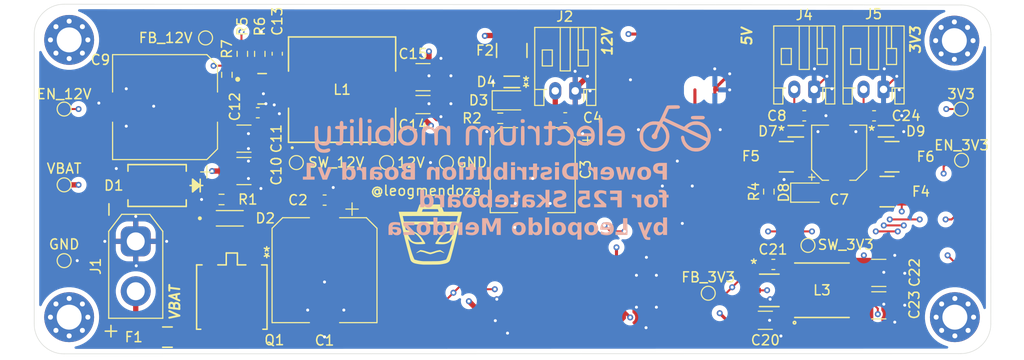
<source format=kicad_pcb>
(kicad_pcb (version 20241229) (generator "pcbnew") (generator_version "9.0")
  (title_block (title "Power Distribution Board") (date "2025-10-18") (rev "v1") (company "Electrium Mobility") (comment 1 "Author: Leopoldo Mendoza"))
  (layers (0 "F.Cu" mixed "L1 - SIGNAL ") (4 "In1.Cu" power "L2 - GND") (6 "In2.Cu" power "L3 - POWER") (2 "B.Cu" mixed "L4 - GND") (13 "F.Paste" user) (15 "B.Paste" user) (5 "F.SilkS" user "F.Silkscreen") (7 "B.SilkS" user "B.Silkscreen") (1 "F.Mask" user) (3 "B.Mask" user) (25 "Edge.Cuts" user))
  (net 0 "")
  (net 1 "VBAT")
  (net 2 "GND")
  (net 3 "Net-(D3-A)")
  (net 4 "Net-(U1-SW)")
  (net 5 "Net-(U1-CB)")
  (net 6 "12V_BUS")
  (net 7 "Net-(U3-BST)")
  (net 8 "Net-(U3-SW)")
  (net 9 "3V3_BUS")
  (net 10 "Net-(D2-A)")
  (net 11 "Net-(D3-K)")
  (net 12 "Net-(D8-K)")
  (net 13 "Net-(J1-Pin_2)")
  (net 14 "Net-(U1-FB)")
  (net 15 "Net-(Q1-D)")
  (net 16 "Net-(J4-Pin_2)")
  (net 17 "Net-(J5-Pin_2)")
  (net 18 "/3V3_SPLIT")
  (net 19 "Net-(U1-EN)")
  (footprint "test_point_custom:TestPoint_Pad_D1.0mm" (layer "F.Cu") (at 15.02132 37.733333)
    (property "Reference" "GND1")
    (property "Value" "GND")
  )
  (footprint "Capacitor_SMD:CP_Elec_10x10" (layer "F.Cu") (at 25.1375 22.3375 180)
    (property "Reference" "C9")
    (property "Value" "22uF")
  )
  (footprint "Connector_JST:JST_PH_S2B-PH-K_1x02_P2.00mm_Horizontal" (layer "F.Cu") (at 66.2625 20.7097 180)
    (property "Reference" "J2")
    (property "Value" "JST-PH_01x02")
  )
  (footprint "ESD5Z5.0T1G:SOD-523_0P9X1P3_ONS" (layer "F.Cu") (at 97.425 24.7625)
    (property "Reference" "D9")
    (property "Value" "3.3Vrwm")
  )
  (footprint "Capacitor_SMD:C_0603_1608Metric_Pad1.08x0.95mm_HandSolder" (layer "F.Cu") (at 86.125 38.1125)
    (property "Reference" "C21")
    (property "Value" "0.1uF")
  )
  (footprint "Connector_JST:JST_PH_S2B-PH-K_1x02_P2.00mm_Horizontal" (layer "F.Cu") (at 90.225 20.5625 180)
    (property "Reference" "J4")
    (property "Value" "JST-PH_01x02")
  )
  (footprint "Capacitor_SMD:C_0603_1608Metric_Pad1.08x0.95mm_HandSolder" (layer "F.Cu") (at 34.4375 22.9)
    (property "Reference" "C12")
    (property "Value" "0.1uF")
  )
  (footprint "ESD5Z5.0T1G:SOD-523_0P9X1P3_ONS" (layer "F.Cu") (at 88.3749 24.7625)
    (property "Reference" "D7")
    (property "Value" "3.3Vrwm")
  )
  (footprint "Capacitor_SMD:CP_Elec_8x10" (layer "F.Cu") (at 62 28.6597 -90)
    (property "Reference" "C3")
    (property "Value" "47uF")
  )
  (footprint "test_point_custom:TestPoint_Pad_D1.0mm" (layer "F.Cu") (at 105 27.666667)
    (property "Reference" "EN_3V3")
    (property "Value" "EN_3V3")
  )
  (footprint "Capacitor_SMD:C_1210_3225Metric_Pad1.33x2.70mm_HandSolder" (layer "F.Cu") (at 33.05 25.5)
    (property "Reference" "C11")
    (property "Value" "2.2uF")
  )
  (footprint "MountingHole:MountingHole_2.5mm_Pad_Via" (layer "F.Cu") (at 104.325 43.4)
    (property "Reference" "H4" (hide yes))
    (property "Value" "MountingHole_Pad")
  )
  (footprint "test_point_custom:TestPoint_Pad_D1.0mm" (layer "F.Cu") (at 47.35 27.9)
    (property "Reference" "12V1")
    (property "Value" "12V")
  )
  (footprint "LMR51635XFDDCR:DDC0006A-MFG" (layer "F.Cu") (at 34.871508 20.500999)
    (property "Reference" "U1")
    (property "Value" "LMR51635XFDDCR" (hide yes))
  )
  (footprint "MountingHole:MountingHole_2.5mm_Pad_Via" (layer "F.Cu") (at 15.525 43.4)
    (property "Reference" "H3" (hide yes))
    (property "Value" "MountingHole_Pad")
  )
  (footprint "GSFD6959:PMOSGDS_TO-252_DPAK_GAS" (layer "F.Cu") (at 31.832499 41.3849 180)
    (property "Reference" "Q1")
    (property "Value" "60Vds")
  )
  (footprint "LOGO" (layer "F.Cu") (at 51.7 35.1)
    (property "Reference" "G***" (hide yes))
    (property "Value" "LOGO" (hide yes))
  )
  (footprint "Resistor_SMD:R_0603_1608Metric_Pad0.98x0.95mm_HandSolder" (layer "F.Cu") (at 30.8 31.6 180)
    (property "Reference" "R1")
    (property "Value" "100k")
  )
  (footprint "0ZCH0050FF2G:0ZCH_BEL" (layer "F.Cu") (at 98.0236 27.3125 180)
    (property "Reference" "F6")
    (property "Value" "0.5A 16V")
  )
  (footprint "SMBJ51A-13-F:SMB_DIO" (layer "F.Cu") (at 24.3428 30.2 180)
    (property "Reference" "D1")
    (property "Value" "51Vrwm")
  )
  (footprint "0ZCH0050FF2G:0ZCH_BEL" (layer "F.Cu") (at 97.525 30.8125)
    (property "Reference" "F4")
    (property "Value" "0.5A 16V")
  )
  (footprint "Capacitor_SMD:C_1206_3216Metric_Pad1.33x1.80mm_HandSolder" (layer "F.Cu") (at 51 22.0875)
    (property "Reference" "C14")
    (property "Value" "10uF")
  )
  (footprint "Resistor_SMD:R_0603_1608Metric_Pad0.98x0.95mm_HandSolder" (layer "F.Cu") (at 85.675 30.81125 -90)
    (property "Reference" "R4")
    (property "Value" "680")
  )
  (footprint "Capacitor_SMD:C_1210_3225Metric_Pad1.33x2.70mm_HandSolder" (layer "F.Cu") (at 96.7 42.2125)
    (property "Reference" "C23")
    (property "Value" "22uF")
  )
  (footprint "Connector_AMASS:AMASS_XT30UPB-M_1x02_P5.0mm_Vertical" (layer "F.Cu") (at 22.2 35.8 -90)
    (property "Reference" "J1")
    (property "Value" "XT30-M_Ver")
  )
  (footprint "Capacitor_SMD:CP_Elec_10x10" (layer "F.Cu") (at 41.127498 38.6875 -90)
    (property "Reference" "C1")
    (property "Value" "47uF")
  )
  (footprint "7447714560:IND_1050P-WE-PD_WRE" (layer "F.Cu") (at 42.88895 20.5875)
    (property "Reference" "L1")
    (property "Value" "51uH")
  )
  (footprint "Capacitor_SMD:C_1206_3216Metric_Pad1.33x1.80mm_HandSolder" (layer "F.Cu") (at 85.325 43.7125)
    (property "Reference" "C20")
    (property "Value" "10uF")
  )
  (footprint "LED_SMD:LED_0805_2012Metric_Pad1.15x1.40mm_HandSolder" (layer "F.Cu") (at 59.8 21.6597)
    (property "Reference" "D3")
    (property "Value" "2Vf")
  )
  (footprint "Capacitor_SMD:C_1210_3225Metric_Pad1.33x2.70mm_HandSolder" (layer "F.Cu") (at 96.7 38.9625)
    (property "Reference" "C22")
    (property "Value" "22uF")
  )
  (footprint "BZT52C15-7-F:SOD3715X135N" (layer "F.Cu") (at 31.627498 33.4875)
    (property "Reference" "D2")
    (property "Value" "15Vz")
  )
  (footprint "Resistor_SMD:R_0603_1608Metric_Pad0.98x0.95mm_HandSolder" (layer "F.Cu") (at 58.75 23.4597 180)
    (property "Reference" "R2")
    (property "Value" "4.7k")
  )
  (footprint "Capacitor_SMD:C_0603_1608Metric_Pad1.08x0.95mm_HandSolder" (layer "F.Cu") (at 36.3875 16.9875 90)
    (property "Reference" "C13")
    (property "Value" "0.1uF")
  )
  (footprint "Capacitor_SMD:C_0603_1608Metric_Pad1.08x0.95mm_HandSolder" (layer "F.Cu") (at 65.2625 23.4097)
    (property "Reference" "C4")
    (property "Value" "0.1uF")
  )
  (footprint "test_point_custom:TestPoint_Pad_D1.0mm" (layer "F.Cu") (at 89.6 36.2)
    (property "Reference" "SW_3V3")
    (property "Value" "SW_3V3")
  )
  (footprint "test_point_custom:TestPoint_Pad_D1.0mm" (layer "F.Cu") (at 53.35 27.9)
    (property "Reference" "GND2")
    (property "Value" "GND")
  )
  (footprint "test_point_custom:TestPoint_Pad_D1.0mm" (layer "F.Cu") (at 79.6 41)
    (property "Reference" "FB_3V3")
    (property "Value" "FB_3V3")
  )
  (footprint "0685T3500-01:C1_BEL" (layer "F.Cu") (at 25.3776 45.4)
    (property "Reference" "F1")
    (property "Value" "3.5A 63V")
  )
  (footprint "Resistor_SMD:R_0603_1608Metric_Pad0.98x0.95mm_HandSolder" (layer "F.Cu") (at 34.6375 17 90)
    (property "Reference" "R6")
    (property "Value" "10.2k")
  )
  (footprint "LED_SMD:LED_0805_2012Metric_Pad1.15x1.40mm_HandSolder" (layer "F.Cu") (at 89.725 30.9125)
    (property "Reference" "D8")
    (property "Value" "2Vf")
  )
  (footprint "test_point_custom:TestPoint_Pad_D1.0mm" (layer "F.Cu") (at 104.95 22.533333)
    (property "Reference" "3V3")
    (property "Value" "3V3")
  )
  (footprint "Connector_JST:JST_PH_S2B-PH-K_1x02_P2.00mm_Horizontal" (layer "F.Cu") (at 97.175 20.5625 180)
    (property "Reference" "J5")
    (property "Value" "JST-PH_01x02")
  )
  (footprint "MountingHole:MountingHole_2.5mm_Pad_Via" (layer "F.Cu") (at 15.525 15.6)
    (property "Reference" "H1" (hide yes))
    (property "Value" "MountingHole_Pad")
  )
  (footprint "Capacitor_SMD:C_0603_1608Metric_Pad1.08x0.95mm_HandSolder" (layer "F.Cu") (at 41.1375 31.6625)
    (property "Reference" "C2")
    (property "Value" "0.1uF")
  )
  (footprint "0ZCH0050FF2G:0ZCH_BEL" (layer "F.Cu") (at 59.9 16.6611 90)
    (property "Reference" "F2")
    (property "Value" "0.5A 16V")
  )
  (footprint "MountingHole:MountingHole_2.5mm_Pad_Via" (layer "F.Cu") (at 104.274175 15.674175)
    (property "Reference" "H2" (hide yes))
    (property "Value" "MountingHole_Pad")
  )
  (footprint "Resistor_SMD:R_0603_1608Metric_Pad0.98x0.95mm_HandSolder" (layer "F.Cu") (at 32.8875 17 -90)
    (property "Reference" "R5")
    (property "Value" "143k")
  )
  (footprint "test_point_custom:TestPoint_Pad_D1.0mm" (layer "F.Cu") (at 38.3 27.9)
    (property "Reference" "SW_12V1")
    (property "Value" "SW_12V")
  )
  (footprint "test_point_custom:TestPoint_Pad_D1.0mm" (layer "F.Cu") (at 15.02132 22.533333)
    (property "Reference" "EN_12V1")
    (property "Value" "EN_12V")
  )
  (footprint "AP63203WU-7:AP63203WU-7_DIO" (layer "F.Cu") (at 85.72325 40.712499)
    (property "Reference" "U3")
    (property "Value" "AP63203WU-7")
  )
  (footprint "Capacitor_SMD:C_0603_1608Metric_Pad1.08x0.95mm_HandSolder" (layer "F.Cu") (at 89.225 23.2125)
    (property "Reference" "C8")
    (property "Value" "0.1uF")
  )
  (footprint "test_point_custom:TestPoint_Pad_D1.0mm" (layer "F.Cu") (at 29.2 15.4)
    (property "Reference" "FB_12V1")
    (property "Value" "FB_12V")
  )
  (footprint "test_point_custom:TestPoint_Pad_D1.0mm" (layer "F.Cu") (at 15.02132 30.133333)
    (property "Reference" "VBAT1")
    (property "Value" "VBAT")
  )
  (footprint "ESD5Z12T1G:SOD-523_0P9X1P3_ONS" (layer "F.Cu") (at 59.9 19.8097 180)
    (property "Reference" "D4")
    (property "Value" "12Vrwm")
  )
  (footprint "74404052039:IND_WE-LQS_5020_WRE" (layer "F.Cu") (at 91 40.7)
    (property "Reference" "L3")
    (property "Value" "3.9uH")
  )
  (footprint "Capacitor_SMD:C_1210_3225Metric_Pad1.33x2.70mm_HandSolder" (layer "F.Cu") (at 51 19.3375)
    (property "Reference" "C15")
    (property "Value" "22uF")
  )
  (footprint "Capacitor_SMD:C_1210_3225Metric_Pad1.33x2.70mm_HandSolder" (layer "F.Cu") (at 33.05 28.75)
    (property "Reference" "C10")
    (property "Value" "2.2uF")
  )
  (footprint "Capacitor_SMD:CP_Elec_5x5.3" (layer "F.Cu") (at 92.725 26.9125 90)
    (property "Reference" "C7")
    (property "Value" "47uF")
  )
  (footprint "Capacitor_SMD:C_0603_1608Metric_Pad1.08x0.95mm_HandSolder" (layer "F.Cu") (at 96.225 23.2125)
    (property "Reference" "C24")
    (property "Value" "0.1uF")
  )
  (footprint "0ZCH0050FF2G:0ZCH_BEL" (layer "F.Cu") (at 87.4264 27.3125)
    (property "Reference" "F5")
    (property "Value" "0.5A 16V")
  )
  (footprint "Resistor_SMD:R_0603_1608Metric_Pad0.98x0.95mm_HandSolder" (layer "F.Cu") (at 31.3375 19.1 -90)
    (property "Reference" "R7")
    (property "Value" "100k")
  )
  (footprint "LOGO" (layer "B.Cu") (at 59.875538 24.66788 180)
    (property "Reference" "G***" (hide yes))
    (property "Value" "LOGO" (hide yes))
  )
  (gr_line (start 15.02132 47.07868) (end 104.933274 47.049973) (stroke (width 0.05)) (layer "Edge.Cuts"))
  (gr_arc (start 107.933274 44.05) (mid 107.054593 46.171311) (end 104.933274 47.05) (stroke (width 0.05)) (layer "Edge.Cuts"))
  (gr_arc (start 15.02132 47.07868) (mid 12.9 46.2) (end 12.02132 44.07868) (stroke (width 0.05)) (layer "Edge.Cuts"))
  (gr_arc (start 104.95 12.1) (mid 107.07132 12.97868) (end 107.95 15.1) (stroke (width 0.05)) (layer "Edge.Cuts"))
  (gr_arc (start 12.02132 15.02132) (mid 12.9 12.9) (end 15.02132 12.02132) (stroke (width 0.05)) (layer "Edge.Cuts"))
  (gr_line (start 104.95 12.1) (end 15.021419 12.01964) (stroke (width 0.05)) (layer "Edge.Cuts"))
  (gr_line (start 107.95 15.1) (end 107.933274 44.05) (stroke (width 0.05)) (layer "Edge.Cuts"))
  (gr_line (start 12.02132 15.02132) (end 12.02132 44.07868) (stroke (width 0.05)) (layer "Edge.Cuts"))
  (gr_text "@leogmendoza" (at 51.3 31.3 0) (layer "F.SilkS") (effects (font (size 1 1)) (justify bottom)))
  (gr_text "5V" (at 84.0625 16.3125 90) (layer "F.SilkS") (effects (font (size 1 1) (thickness 0.2) (bold yes) (italic yes)) (justify left bottom)))
  (gr_text "3V3" (at 100.9625 17.1125 90) (layer "F.SilkS") (effects (font (size 1 1) (thickness 0.2) (bold yes) (italic yes)) (justify left bottom)))
  (gr_text "VBAT" (at 26.7 43.8 90) (layer "F.SilkS") (effects (font (size 1 1) (thickness 0.2) (bold yes) (italic yes)) (justify left bottom)))
  (gr_text "12V" (at 70.0625 17.3125 90) (layer "F.SilkS") (effects (font (size 1 1) (thickness 0.2) (bold yes) (italic yes)) (justify left bottom)))
  (gr_text "*" (at 86.9398 24.7625 0) (layer "F.SilkS") (effects (font (size 1 1))))
  (gr_text "Power Distribution Board v1\nfor F25 Skateboard\nby Leopoldo Mendoza" (at 75.665443 31.7 0) (layer "B.SilkS") (effects (font (size 1.65 1.65) (thickness 0.2) (bold yes)) (justify left mirror)))
  (segment (start 59.6125 40.700001) (end 61.362501 40.700001) (width 0.31) (layer "F.Cu") (net 0))
  (segment (start 74.8126 18.8098) (end 74.0125 18.0097) (width 0.31) (layer "F.Cu") (net 0))
  (segment (start 62.4 35.4) (end 62.4 38.6612) (width 0.2) (layer "F.Cu") (net 0))
  (segment (start 62.4 38.6612) (end 61.8306 39.2306) (width 0.2) (layer "F.Cu") (net 0))
  (segment (start 78.1625 23.2597) (end 76.5125 24.9097) (width 0.31) (layer "F.Cu") (net 0))
  (segment (start 57.8375 38.6375) (end 57.8375 38.1125) (width 0.31) (layer "F.Cu") (net 0))
  (segment (start 78.2625 20.6097) (end 78.2625 23.1097) (width 0.31) (layer "F.Cu") (net 0))
  (segment (start 78.4125 23.2597) (end 78.1625 23.2597) (width 0.31) (layer "F.Cu") (net 0))
  (segment (start 74.9375 21.4597) (end 76.0597 21.4597) (width 0.31) (layer "F.Cu") (net 0))
  (segment (start 74.8126 19.6597) (end 74.8126 18.8098) (width 0.31) (layer "F.Cu") (net 0))
  (segment (start 60.7125 38.1125) (end 61.8306 39.2306) (width 0.31) (layer "F.Cu") (net 0))
  (segment (start 74.8126 19.6597) (end 74.8126 21.3348) (width 0.31) (layer "F.Cu") (net 0))
  (segment (start 72.8875 21.4597) (end 72.8875 23.1722) (width 0.31) (layer "F.Cu") (net 0))
  (segment (start 74.8126 21.3348) (end 74.9375 21.4597) (width 0.31) (layer "F.Cu") (net 0))
  (segment (start 78.2625 23.1097) (end 78.4125 23.2597) (width 0.31) (layer "F.Cu") (net 0))
  (segment (start 76.5125 21.9125) (end 76.5125 24.9097) (width 0.31) (layer "F.Cu") (net 0))
  (segment (start 61.8306 39.2306) (end 61.8306 40.75) (width 0.31) (layer "F.Cu") (net 0))
  (segment (start 59 39.8) (end 57.8375 38.6375) (width 0.31) (layer "F.Cu") (net 0))
  (segment (start 76.0597 21.4597) (end 76.5125 21.9125) (width 0.31) (layer "F.Cu") (net 0))
  (segment (start 59.5625 39.8) (end 59 39.8) (width 0.31) (layer "F.Cu") (net 0))
  (segment (start 61.362501 40.700001) (end 61.4125 40.75) (width 0.31) (layer "F.Cu") (net 0))
  (segment (start 59.5625 38.1125) (end 60.7125 38.1125) (width 0.31) (layer "F.Cu") (net 0))
  (segment (start 59.6125 39.75) (end 59.5625 39.8) (width 0.31) (layer "F.Cu") (net 0))
  (segment (start 72.8875 23.1722) (end 72.8 23.2597) (width 0.31) (layer "F.Cu") (net 0))
  (segment (start 33.575 22.9) (end 33.575 23.4125) (width 0.53) (layer "F.Cu") (net 1))
  (segment (start 33.0125 22.3375) (end 33.575 22.9) (width 0.53) (layer "F.Cu") (net 1))
  (segment (start 31.4875 29.4875) (end 33.6625 31.6625) (width 0.53) (layer "F.Cu") (net 1))
  (segment (start 31.9577 39.1077) (end 29.6375 36.7875) (width 0.53) (layer "F.Cu") (net 1))
  (segment (start 33.6625 31.6625) (end 40.275 31.6625) (width 0.53) (layer "F.Cu") (net 1))
  (segment (start 33.521516 21.451) (end 33.521516 22.846516) (width 0.53) (layer "F.Cu") (net 1))
  (segment (start 31.4875 28.75) (end 31.4875 25.5) (width 0.53) (layer "F.Cu") (net 1))
  (segment (start 40.275 33.835002) (end 41.127498 34.6875) (width 0.53) (layer "F.Cu") (net 1))
  (segment (start 31.4875 25.5) (end 31.4875 24.6875) (width 0.53) (layer "F.Cu") (net 1))
  (segment (start 29.6375 36.7875) (end 29.6375 33.802498) (width 0.53) (layer "F.Cu") (net 1))
  (segment (start 29.85 28.75) (end 31.4875 28.75) (width 0.53) (layer "F.Cu") (net 1))
  (segment (start 33.521516 22.846516) (end 33.575 22.9) (width 0.53) (layer "F.Cu") (net 1))
  (segment (start 31.4875 24.6875) (end 29.1375 22.3375) (width 0.53) (layer "F.Cu") (net 1))
  (segment (start 31.3375 20.0125) (end 32.776 21.451) (width 0.2) (layer "F.Cu") (net 1))
  (segment (start 32.776 21.451) (end 33.521516 21.451) (width 0.2) (layer "F.Cu") (net 1))
  (segment (start 31.4875 28.75) (end 31.4875 29.4875) (width 0.53) (layer "F.Cu") (net 1))
  (segment (start 16.466667 30.133333) (end 15.02132 30.133333) (width 0.53) (layer "F.Cu") (net 1))
  (segment (start 41.127498 34.6875) (end 36.707298 39.1077) (width 0.53) (layer "F.Cu") (net 1))
  (segment (start 29.1375 22.3375) (end 33.0125 22.3375) (width 0.53) (layer "F.Cu") (net 1))
  (segment (start 40.275 31.6625) (end 40.275 33.835002) (width 0.53) (layer "F.Cu") (net 1))
  (segment (start 29.6375 33.802498) (end 29.952498 33.4875) (width 0.53) (layer "F.Cu") (net 1))
  (segment (start 33.575 23.4125) (end 31.4875 25.5) (width 0.53) (layer "F.Cu") (net 1))
  (segment (start 36.707298 39.1077) (end 31.9577 39.1077) (width 0.53) (layer "F.Cu") (net 1))
  (via (at 29.85 28.75) (size 0.6) (drill 0.3) (layers "F.Cu" "B.Cu") (net 1))
  (via (at 16.466667 30.133333) (size 0.6) (drill 0.3) (layers "F.Cu" "B.Cu") (net 1))
  (segment (start 42 31.6625) (end 42 30.4) (width 0.53) (layer "F.Cu") (net 2))
  (segment (start 34 25.5) (end 33.5 25) (width 0.53) (layer "F.Cu") (net 2))
  (segment (start 53.8 19.2) (end 53.05 19.2) (width 0.53) (layer "F.Cu") (net 2))
  (segment (start 39.4375 42.6875) (end 41.127498 42.6875) (width 0.53) (layer "F.Cu") (net 2))
  (segment (start 80.2625 20.6097) (end 80.2625 23.1347) (width 0.31) (layer "F.Cu") (net 2))
  (segment (start 34.5 28.75) (end 33.5 27.75) (width 0.53) (layer "F.Cu") (net 2))
  (segment (start 90.25 18.5) (end 90.25 19.15) (width 0.2) (layer "F.Cu") (net 2))
  (segment (start 77 34) (end 79 36) (width 0.53) (layer "F.Cu") (net 2))
  (segment (start 52.5625 19.3375) (end 51.7375 19.3375) (width 0.2) (layer "F.Cu") (net 2))
  (segment (start 52.8 19.3375) (end 52.8 22.0875) (width 0.53) (layer "F.Cu") (net 2))
  (segment (start 74.3875 39.2125) (end 74.4 39.2) (width 0.31) (layer "F.Cu") (net 2))
  (segment (start 22.2 33.3) (end 22.2 35.8) (width 0.53) (layer "F.Cu") (net 2))
  (segment (start 85.75 43.7125) (end 86.8875 43.7125) (width 0.2) (layer "F.Cu") (net 2))
  (segment (start 58.3222 24.8) (end 57.4 24.8) (width 0.53) (layer "F.Cu") (net 2))
  (segment (start 34.25 28.75) (end 33.5 29.5) (width 0.53) (layer "F.Cu") (net 2))
  (segment (start 98.2625 42.2125) (end 99.2875 42.2125) (width 0.2) (layer "F.Cu") (net 2))
  (segment (start 22.2 33.3) (end 22.2 33.2) (width 0.53) (layer "F.Cu") (net 2))
  (segment (start 62 31.9097) (end 60.3403 31.9097) (width 0.53) (layer "F.Cu") (net 2))
  (segment (start 79.4 36) (end 79.6 36.2) (width 0.53) (layer "F.Cu") (net 2))
  (segment (start 76.5125 30.3097) (end 75.0597 30.3097) (width 0.31) (layer "F.Cu") (net 2))
  (segment (start 60.3403 31.9097) (end 60.25 32) (width 0.53) (layer "F.Cu") (net 2))
  (segment (start 81.75 20.6097) (end 80.2625 20.6097) (width 0.31) (layer "F.Cu") (net 2))
  (segment (start 51.7375 19.3375) (end 51.6 19.2) (width 0.2) (layer "F.Cu") (net 2))
  (segment (start 36.08575 22.11425) (end 36.2215 21.9785) (width 0.53) (layer "F.Cu") (net 2))
  (segment (start 23.9125 22.3375) (end 21.1375 22.3375) (width 0.53) (layer "F.Cu") (net 2))
  (segment (start 80.1375 23.2597) (end 80.1375 23.9375) (width 0.31) (layer "F.Cu") (net 2))
  (segment (start 97.175 20.5625) (end 97.1875 20.5625) (width 0.2) (layer "F.Cu") (net 2))
  (segment (start 80.2625 23.1347) (end 80.1375 23.2597) (width 0.31) (layer "F.Cu") (net 2))
  (segment (start 87.025 41.6625) (end 87.025 43.575) (width 0.2) (layer "F.Cu") (net 2))
  (segment (start 16.333333 37.733333) (end 15.02132 37.733333) (width 0.53) (layer "F.Cu") (net 2))
  (segment (start 80.2625 20.6097) (end 80.2625 20.4875) (width 0.31) (layer "F.Cu") (net 2))
  (segment (start 98.2625 38.9625) (end 98.2625 42.2125) (width 0.2) (layer "F.Cu") (net 2))
  (segment (start 73.3625 37.4375) (end 73.4 37.4) (width 0.31) (layer "F.Cu") (net 2))
  (segment (start 73.3625 39.2125) (end 73.3625 42.4625) (width 0.31) (layer "F.Cu") (net 2))
  (segment (start 98.2625 38.9625) (end 97.2625 38.9625) (width 0.2) (layer "F.Cu") (net 2))
  (segment (start 34.6125 30.3625) (end 34.75 30.5) (width 0.53) (layer "F.Cu") (net 2))
  (segment (start 34.6125 23.5875) (end 35.3 22.9) (width 0.53) (layer "F.Cu") (net 2))
  (segment (start 74.3375 42.4625) (end 74.4 42.4) (width 0.31) (layer "F.Cu") (net 2))
  (segment (start 97.2125 20.6) (end 97.175 20.5625) (width 0.2) (layer "F.Cu") (net 2))
  (segment (start 53.1625 22.0875) (end 52.8 22.0875) (width 0.53) (layer "F.Cu") (net 2))
  (segment (start 22.2 35.8) (end 19.1 35.8) (width 0.53) (layer "F.Cu") (net 2))
  (segment (start 53.05 19.2) (end 52.9125 19.3375) (width 0.53) (layer "F.Cu") (net 2))
  (segment (start 59.6125 43.575) (end 59.475 43.7125) (width 0.31) (layer "F.Cu") (net 2))
  (segment (start 51.6875 22.0875) (end 51.6 22) (width 0.2) (layer "F.Cu") (net 2))
  (segment (start 97.2625 38.9625) (end 97.2 38.9) (width 0.2) (layer "F.Cu") (net 2))
  (segment (start 22.2 35.8) (end 21.3326 34.9326) (width 0.53) (layer "F.Cu") (net 2))
  (segment (start 73.3625 39.2125) (end 74.3875 39.2125) (width 0.31) (layer "F.Cu") (net 2))
  (segment (start 43.0625 42.6875) (end 41.127498 42.6875) (width 0.53) (layer "F.Cu") (net 2))
  (segment (start 80.2625 20.6097) (end 80.2625 18.5125) (width 0.31) (layer "F.Cu") (net 2))
  (segment (start 71.8597 19.6597) (end 71.8 19.6) (width 0.31) (layer "F.Cu") (net 2))
  (segment (start 80.1375 23.9375) (end 80.8 24.6) (width 0.31) (layer "F.Cu") (net 2))
  (segment (start 99.2875 42.2125) (end 99.3 42.2) (width 0.2) (layer "F.Cu") (net 2))
  (segment (start 97.3125 42.2125) (end 97.2 42.1) (width 0.2) (layer "F.Cu") (net 2))
  (segment (start 87.025 43.575) (end 86.8875 43.7125) (width 0.2) (layer "F.Cu") (net 2))
  (segment (start 21.95 30.2) (end 20.25 28.5) (width 0.53) (layer "F.Cu") (net 2))
  (segment (start 66.2625 23.2722) (end 66.125 23.4097) (width 0.53) (layer "F.Cu") (net 2))
  (segment (start 22.2 38.2) (end 22.25 38.25) (width 0.53) (layer "F.Cu") (net 2))
  (segment (start 58.2875 43.7125) (end 58.25 43.75) (width 0.31) (layer "F.Cu") (net 2))
  (segment (start 35 21) (end 35.451 21.451) (width 0.53) (layer "F.Cu") (net 2))
  (segment (start 98.2625 42.2125) (end 98.2625 43.8625) (width 0.2) (layer "F.Cu") (net 2))
  (segment (start 41.127498 45.377498) (end 41.127498 42.6875) (width 0.53) (layer "F.Cu") (net 2))
  (segment (start 76.5125 33.5125) (end 77 34) (width 0.31) (layer "F.Cu") (net 2))
  (segment (start 22.2 33.2) (end 21.3326 32.3326) (width 0.53) (layer "F.Cu") (net 2))
  (segment (start 90.225 20.5625) (end 90.225 20.525) (width 0.2) (layer "F.Cu") (net 2))
  (segment (start 34.6125 25.5) (end 34 25.5) (width 0.53) (layer "F.Cu") (net 2))
  (segment (start 98.2625 43.8625) (end 98.3 43.9) (width 0.2) (layer "F.Cu") (net 2))
  (segment (start 34.5 25.5) (end 33.5 26.5) (width 0.53) (layer "F.Cu") (net 2))
  (segment (start 58.450002 41.650002) (end 58.4 41.6) (width 0.31) (layer "F.Cu") (net 2))
  (segment (start 73.3625 39.2125) (end 73.3625 37.4375) (width 0.31) (layer "F.Cu") (net 2))
  (segment (start 72.4125 39.2125) (end 72.4 39.2) (width 0.31) (layer "F.Cu") (net 2))
  (segment (start 21.3326 32.3326) (end 21.3326 31.245618) (width 0.53) (layer "F.Cu") (net 2))
  (segment (start 35.799 21.451) (end 36.2215 21.451) (width 0.53) (layer "F.Cu") (net 2))
  (segment (start 52.9125 19.3375) (end 52.8 19.3375) (width 0.53) (layer "F.Cu") (net 2))
  (segment (start 90.225 20.5625) (end 91.9375 20.5625) (width 0.2) (layer "F.Cu") (net 2))
  (segment (start 91.4 23.3875) (end 91.4 23.2) (width 0.2) (layer "F.Cu") (net 2))
  (segment (start 73.3625 42.4625) (end 74.3375 42.4625) (width 0.31) (layer "F.Cu") (net 2))
  (segment (start 35.25 22) (end 35.799 21.451) (width 0.53) (layer "F.Cu") (net 2))
  (segment (start 66.125 24.125) (end 67 25) (width 0.53) (layer "F.Cu") (net 2))
  (segment (start 18.904167 22.3375) (end 18.5 21.933333) (width 0.53) (layer "F.Cu") (net 2))
  (segment (start 76.5125 30.3097) (end 76.5125 27.7625) (width 0.31) (layer "F.Cu") (net 2))
  (segment (start 73.3625 42.4625) (end 72.4625 42.4625) (width 0.31) (layer "F.Cu") (net 2))
  (segment (start 35.451 21.451) (end 36.2215 21.451) (width 0.53) (layer "F.Cu") (net 2))
  (segment (start 58.0097 19.8097) (end 58 19.8) (width 0.53) (layer "F.Cu") (net 2))
  (segment (start 73.3625 39.2125) (end 72.4125 39.2125) (width 0.31) (layer "F.Cu") (net 2))
  (segment (start 97.175 23.125) (end 97.0875 23.2125) (width 0.2) (layer "F.Cu") (net 2))
  (segment (start 76.5125 30.3097) (end 77.9403 30.3097) (width 0.31) (layer "F.Cu") (net 2))
  (segment (start 22.2 35.8) (end 22.2 38.2) (width 0.53) (layer "F.Cu") (net 2))
  (segment (start 80.2625 18.5125) (end 80.25 18.5) (width 0.31) (layer "F.Cu") (net 2))
  (segment (start 97.0875 23.2125) (end 98.9875 23.2125) (width 0.2) (layer "F.Cu") (net 2))
  (segment (start 98.2625 38.9625) (end 99.2625 38.9625) (width 0.2) (layer "F.Cu") (net 2))
  (segment (start 89.175 24.7625) (end 89.175 24.125) (width 0.2) (layer "F.Cu") (net 2))
  (segment (start 97.175 20.5625) (end 97.175 23.125) (width 0.2) (layer "F.Cu") (net 2))
  (segment (start 36.5 22.9) (end 36.6 23) (width 0.53) (layer "F.Cu") (net 2))
  (segment (start 34.6125 25.5) (end 34.6125 23.5875) (width 0.53) (layer "F.Cu") (net 2))
  (segment (start 66.2625 20.4875) (end 67.5 19.25) (width 0.53) (layer "F.Cu") (net 2))
  (segment (start 34.6125 28.75) (end 34.25 28.75) (width 0.53) (layer "F.Cu") (net 2))
  (segment (start 73.3625 44.455) (end 73.3625 42.4625) (width 0.31) (layer "F.Cu") (net 2))
  (segment (start 34.6375 16.0875) (end 34.8 15.925) (width 0.2) (layer "F.Cu") (net 2))
  (segment (start 19.65 22.25) (end 19.7375 22.3375) (width 0.53) (layer "F.Cu") (net 2))
  (segment (start 41.127498 39.872502) (end 41.127498 42.6875) (width 0.53) (layer "F.Cu") (net 2))
  (segment (start 34.6125 28.75) (end 34.5 28.75) (width 0.53) (layer "F.Cu") (net 2))
  (segment (start 59.475 45) (end 59.475 43.7125) (width 0.31) (layer "F.Cu") (net 2))
  (segment (start 99.2 24.8) (end 99 24.8) (width 0.2) (layer "F.Cu") (net 2))
  (segment (start 90.25 19.15) (end 90.225 19.175) (width 0.2) (layer "F.Cu") (net 2))
  (segment (start 36.08575 22.11425) (end 35.3 22.9) (width 0.53) (layer "F.Cu") (net 2))
  (segment (start 75.0597 30.3097) (end 75 30.25) (width 0.31) (layer "F.Cu") (net 2))
  (segment (start 91.3875 23.2125) (end 91.4 23.2) (width 0.2) (layer "F.Cu") (net 2))
  (segment (start 66.125 23.4097) (end 66.125 24.125) (width 0.53) (layer "F.Cu") (net 2))
  (segment (start 86.90125 29.89875) (end 87.2 29.6) (width 0.2) (layer "F.Cu") (net 2))
  (segment (start 90.5625 24.7625) (end 90.6 24.8) (width 0.2) (layer "F.Cu") (net 2))
  (segment (start 94.3125 24.7125) (end 94.4 24.8) (width 0.2) (layer "F.Cu") (net 2))
  (segment (start 85.675 29.89875) (end 86.90125 29.89875) (width 0.2) (layer "F.Cu") (net 2))
  (segment (start 92.725 24.7125) (end 94.3125 24.7125) (width 0.2) (layer "F.Cu") (net 2))
  (segment (start 22.378218 30.2) (end 22.4856 30.2) (width 0.53) (layer "F.Cu") (net 2))
  (segment (start 34.6125 25.5) (end 34.5 25.5) (width 0.53) (layer "F.Cu") (net 2))
  (segment (start 34.6125 28.75) (end 34.6125 25.5) (width 0.53) (layer "F.Cu") (net 2))
  (segment (start 62 31.9097) (end 62 32.6) (width 0.53) (layer "F.Cu") (net 2))
  (segment (start 21.1375 22.3375) (end 21.1375 20.6125) (width 0.53) (layer "F.Cu") (net 2))
  (segment (start 98.9625 24.7625) (end 98.2251 24.7625) (width 0.2) (layer "F.Cu") (net 2))
  (segment (start 66.2625 20.7097) (end 66.2625 18.7625) (width 0.53) (layer "F.Cu") (net 2))
  (segment (start 21.1375 22.3375) (end 18.904167 22.3375) (width 0.53) (layer "F.Cu") (net 2))
  (segment (start 98.2625 42.2125) (end 97.3125 42.2125) (width 0.2) (layer "F.Cu") (net 2))
  (segment (start 67.75 20.7097) (end 66.2625 20.7097) (width 0.53) (layer "F.Cu") (net 2))
  (segment (start 62 32.6) (end 60.2 34.4) (width 0.53) (layer "F.Cu") (net 2))
  (segment (start 21.3326 31.245618) (end 22.378218 30.2) (width 0.53) (layer "F.Cu") (net 2))
  (segment (start 72.4625 42.4625) (end 72.4 42.4) (width 0.31) (layer "F.Cu") (net 2))
  (segment (start 90.225 19.175) (end 90.225 20.5625) (width 0.2) (layer "F.Cu") (net 2))
  (segment (start 76.5125 30.3097) (end 76.5125 33.5125) (width 0.31) (layer "F.Cu") (net 2))
  (segment (start 90.225 20.5625) (end 90.225 23.075) (width 0.2) (layer "F.Cu") (net 2))
  (segment (start 77.9403 30.3097) (end 78 30.25) (width 0.31) (layer "F.Cu") (net 2))
  (segment (start 90.225 23.075) (end 90.0875 23.2125) (width 0.2) (layer "F.Cu") (net 2))
  (segment (start 63.6597 31.9097) (end 63.75 32) (width 0.53) (layer "F.Cu") (net 2))
  (segment (start 29.8875 31.6) (end 28.8 31.6) (width 0.53) (layer "F.Cu") (net 2))
  (segment (start 59.6625 23.4597) (end 58.3222 24.8) (width 0.53) (layer "F.Cu") (net 2))
  (segment (start 85.8625 41.6625) (end 85.8 41.6) (width 0.2) (layer "F.Cu") (net 2))
  (segment (start 74.625 23.2597) (end 73.2847 24.6) (width 0.31) (layer "F.Cu") (net 2))
  (segment (start 24 22.25) (end 23.9125 22.3375) (width 0.53) (layer "F.Cu") (net 2))
  (segment (start 80.2625 20.4875) (end 81.75 19) (width 0.31) (layer "F.Cu") (net 2))
  (segment (start 52.8 17.45) (end 52.8 19.3375) (width 0.53) (layer "F.Cu") (net 2))
  (segment (start 59.0999 19.8097) (end 58.0097 19.8097) (width 0.53) (layer "F.Cu") (net 2))
  (segment (start 21.1375 22.3375) (end 21.1375 24.1375) (width 0.53) (layer "F.Cu") (net 2))
  (segment (start 87.025 41.6625) (end 85.8625 41.6625) (width 0.2) (layer "F.Cu") (net 2))
  (segment (start 73.3625 38.7375) (end 72.8875 39.2125) (width 0.31) (layer "F.Cu") (net 2))
  (segment (start 36.2215 21.9785) (end 36.2215 21.451) (width 0.53) (layer "F.Cu") (net 2))
  (segment (start 25.3 35.8) (end 22.2 35.8) (width 0.53) (layer "F.Cu") (net 2))
  (segment (start 99 24.8) (end 98.9625 24.7625) (width 0.2) (layer "F.Cu") (net 2))
  (segment (start 34.8 15.925) (end 34.8 14.8) (width 0.2) (layer "F.Cu") (net 2))
  (segment (start 79 36) (end 79.4 36) (width 0.53) (layer "F.Cu") (net 2))
  (segment (start 72.8875 39.2125) (end 73.2125 39.2125) (width 0.31) (layer "F.Cu") (net 2))
  (segment (start 66.2625 18.7625) (end 66.25 18.75) (width 0.53) (layer "F.Cu") (net 2))
  (segment (start 98.75 20.6) (end 97.2125 20.6) (width 0.2) (layer "F.Cu") (net 2))
  (segment (start 34.6125 28.75) (end 34.6125 30.3625) (width 0.53) (layer "F.Cu") (net 2))
  (segment (start 51.75 27.9) (end 53.35 27.9) (width 0.53) (layer "F.Cu") (net 2))
  (segment (start 53.8 22) (end 53.25 22) (width 0.53) (layer "F.Cu") (net 2))
  (segment (start 98.2625 37.2375) (end 98.3 37.2) (width 0.2) (layer "F.Cu") (net 2))
  (segment (start 89.175 24.125) (end 90.0875 23.2125) (width 0.2) (layer "F.Cu") (net 2))
  (segment (start 99.2625 38.9625) (end 99.3 39) (width 0.2) (layer "F.Cu") (net 2))
  (segment (start 98.9875 23.2125) (end 99 23.2) (width 0.2) (layer "F.Cu") (net 2))
  (segment (start 52.5625 22.0875) (end 51.6875 22.0875) (width 0.2) (layer "F.Cu") (net 2))
  (segment (start 62 31.9097) (end 63.6597 31.9097) (width 0.53) (layer "F.Cu") (net 2))
  (segment (start 98.2625 38.9625) (end 98.2625 37.2375) (width 0.2) (layer "F.Cu") (net 2))
  (segment (start 76.5125 27.7625) (end 76.5 27.75) (width 0.31) (layer "F.Cu") (net 2))
  (segment (start 90.0875 23.2125) (end 91.3875 23.2125) (width 0.2) (layer "F.Cu") (net 2))
  (segment (start 59.6125 41.650002) (end 59.6125 43.575) (width 0.31) (layer "F.Cu") (net 2))
  (segment (start 97.1875 20.5625) (end 98.5 19.25) (width 0.2) (layer "F.Cu") (net 2))
  (segment (start 97.175 20.5625) (end 97.175 18.575) (width 0.2) (layer "F.Cu") (net 2))
  (segment (start 59.6125 41.650002) (end 58.450002 41.650002) (width 0.31) (layer "F.Cu") (net 2))
  (segment (start 89.175 24.7625) (end 90.5625 24.7625) (width 0.2) (layer "F.Cu") (net 2))
  (segment (start 21.1375 24.1375) (end 21.25 24.25) (width 0.53) (layer "F.Cu") (net 2))
  (segment (start 22.4856 30.2) (end 21.95 30.2) (width 0.53) (layer "F.Cu") (net 2))
  (segment (start 92.725 24.7125) (end 91.4 23.3875) (width 0.2) (layer "F.Cu") (net 2))
  (segment (start 59.475 43.7125) (end 58.2875 43.7125) (width 0.31) (layer "F.Cu") (net 2))
  (segment (start 62 31.9097) (end 62 29.5) (width 0.53) (layer "F.Cu") (net 2))
  (segment (start 66.2625 20.7097) (end 66.2625 20.4875) (width 0.53) (layer "F.Cu") (net 2))
  (segment (start 73.2124 19.6597) (end 71.8597 19.6597) (width 0.31) (layer "F.Cu") (net 2))
  (segment (start 35.3 22.9) (end 36.5 22.9) (width 0.53) (layer "F.Cu") (net 2))
  (segment (start 86.8875 45.2875) (end 86.8875 43.7125) (width 0.2) (layer "F.Cu") (net 2))
  (segment (start 97.175 18.575) (end 97.25 18.5) (width 0.2) (layer "F.Cu") (net 2))
  (segment (start 53.25 22) (end 53.1625 22.0875) (width 0.53) (layer "F.Cu") (net 2))
  (segment (start 21.1375 20.6125) (end 21.25 20.5) (width 0.53) (layer "F.Cu") (net 2))
  (segment (start 91.9375 20.5625) (end 92 20.5) (width 0.2) (layer "F.Cu") (net 2))
  (segment (start 66.2625 20.7097) (end 66.2625 23.2722) (width 0.53) (layer "F.Cu") (net 2))
  (segment (start 90.225 20.525) (end 91.5 19.25) (width 0.2) (layer "F.Cu") (net 2))
  (segment (start 73.2847 24.6) (end 72.6 24.6) (width 0.31) (layer "F.Cu") (net 2))
  (segment (start 52.8 23.3) (end 52.8 22.0875) (width 0.53) (layer "F.Cu") (net 2))
  (via (at 94.4 24.8) (size 0.6) (drill 0.3) (layers "F.Cu" "B.Cu") (net 2))
  (via (at 33.5 26.5) (size 0.6) (drill 0.3) (layers "F.Cu" "B.Cu") (net 2))
  (via (at 76.5 27.75) (size 0.6) (drill 0.3) (layers "F.Cu" "B.Cu") (net 2))
  (via (at 99.3 42.2) (size 0.6) (drill 0.3) (layers "F.Cu" "B.Cu") (net 2))
  (via (at 21.25 20.5) (size 0.6) (drill 0.3) (layers "F.Cu" "B.Cu") (net 2))
  (via (at 57.4 24.8) (size 0.6) (drill 0.3) (layers "F.Cu" "B.Cu") (net 2))
  (via (at 90.6 24.8) (size 0.6) (drill 0.3) (layers "F.Cu" "B.Cu") (net 2))
  (via (at 99.3 39) (size 0.6) (drill 0.3) (layers "F.Cu" "B.Cu") (net 2))
  (via (at 72.6 24.6) (size 0.6) (drill 0.3) (layers "F.Cu" "B.Cu") (net 2))
  (via (at 74.4 42.4) (size 0.6) (drill 0.3) (layers "F.Cu" "B.Cu") (net 2))
  (via (at 28.8 31.6) (size 0.6) (drill 0.3) (layers "F.Cu" "B.Cu") (net 2))
  (via (at 97.25 18.5) (size 0.6) (drill 0.3) (layers "F.Cu" "B.Cu") (net 2))
  (via (at 81.75 19) (size 0.6) (drill 0.3) (layers "F.Cu" "B.Cu") (net 2))
  (via (at 52.8 23.3) (size 0.6) (drill 0.3) (layers "F.Cu" "B.Cu") (net 2))
  (via (at 99.2 24.8) (size 0.6) (drill 0.3) (layers "F.Cu" "B.Cu") (net 2))
  (via (at 66.25 18.75) (size 0.6) (drill 0.3) (layers "F.Cu" "B.Cu") (net 2))
  (via (at 72.4 39.2) (size 0.6) (drill 0.3) (layers "F.Cu" "B.Cu") (net 2))
  (via (at 85.75 43.7125) (size 0.6) (drill 0.3) (layers "F.Cu" "B.Cu") (net 2))
  (via (at 51.75 27.9) (size 0.6) (drill 0.3) (layers "F.Cu" "B.Cu") (net 2))
  (via (at 73.4 37.4) (size 0.6) (drill 0.3) (layers "F.Cu" "B.Cu") (net 2))
  (via (at 33.5 25) (size 0.6) (drill 0.3) (layers "F.Cu" "B.Cu") (net 2))
  (via (at 33.5 29.5) (size 0.6) (drill 0.3) (layers "F.Cu" "B.Cu") (net 2))
  (via (at 98.5 19.25) (size 0.6) (drill 0.3) (layers "F.Cu" "B.Cu") (net 2))
  (via (at 35 21) (size 0.6) (drill 0.3) (layers "F.Cu" "B.Cu") (net 2))
  (via (at 51.6 22) (size 0.6) (drill 0.3) (layers "F.Cu" "B.Cu") (net 2))
  (via (at 91.4 23.2) (size 0.6) (drill 0.3) (layers "F.Cu" "B.Cu") (net 2))
  (via (at 34.75 30.5) (size 0.6) (drill 0.3) (layers "F.Cu" "B.Cu") (net 2))
  (via (at 53.8 22) (size 0.6) (drill 0.3) (layers "F.Cu" "B.Cu") (net 2))
  (via (at 52.8 17.45) (size 0.6) (drill 0.3) (layers "F.Cu" "B.Cu") (net 2))
  (via (at 99 23.2) (size 0.6) (drill 0.3) (layers "F.Cu" "B.Cu") (net 2))
  (via (at 67 25) (size 0.6) (drill 0.3) (layers "F.Cu" "B.Cu") (net 2))
  (via (at 92 20.5) (size 0.6) (drill 0.3) (layers "F.Cu" "B.Cu") (net 2))
  (via (at 42 30.4) (size 0.6) (drill 0.3) (layers "F.Cu" "B.Cu") (net 2))
  (via (at 74.4 39.2) (size 0.6) (drill 0.3) (layers "F.Cu" "B.Cu") (net 2))
  (via (at 81.75 20.6097) (size 0.6) (drill 0.3) (layers "F.Cu" "B.Cu") (net 2))
  (via (at 36.6 23) (size 0.6) (drill 0.3) (layers "F.Cu" "B.Cu") (net 2))
  (via (at 97.2 42.1) (size 0.6) (drill 0.3) (layers "F.Cu" "B.Cu") (net 2))
  (via (at 62 29.5) (size 0.6) (drill 0.3) (layers "F.Cu" "B.Cu") (net 2))
  (via (at 43.0625 42.6875) (size 0.6) (drill 0.3) (layers "F.Cu" "B.Cu") (net 2))
  (via (at 25.3 35.8) (size 0.6) (drill 0.3) (layers "F.Cu" "B.Cu") (net 2))
  (via (at 41.127498 45.377498) (size 0.6) (drill 0.3) (layers "F.Cu" "B.Cu") (net 2))
  (via (at 67.5 19.25) (size 0.6) (drill 0.3) (layers "F.Cu" "B.Cu") (net 2))
  (via (at 18.5 21.933333) (size 0.6) (drill 0.3) (layers "F.Cu" "B.Cu") (net 2))
  (via (at 35.25 22) (size 0.6) (drill 0.3) (layers "F.Cu" "B.Cu") (net 2))
  (via (at 63.75 32) (size 0.6) (drill 0.3) (layers "F.Cu" "B.Cu") (net 2))
  (via (at 98.3 37.2) (size 0.6) (drill 0.3) (layers "F.Cu" "B.Cu") (net 2))
  (via (at 67.75 20.7097) (size 0.6) (drill 0.3) (layers "F.Cu" "B.Cu") (net 2))
  (via (at 39.4375 42.6875) (size 0.6) (drill 0.3) (layers "F.Cu" "B.Cu") (net 2))
  (via (at 91.5 19.25) (size 0.6) (drill 0.3) (layers "F.Cu" "B.Cu") (net 2))
  (via (at 41.127498 39.872502) (size 0.6) (drill 0.3) (layers "F.Cu" "B.Cu") (net 2))
  (via (at 58.4 41.6) (size 0.6) (drill 0.3) (layers "F.Cu" "B.Cu") (net 2))
  (via (at 19.1 35.8) (size 0.6) (drill 0.3) (layers "F.Cu" "B.Cu") (net 2))
  (via (at 24 22.25) (size 0.6) (drill 0.3) (layers "F.Cu" "B.Cu") (net 2))
  (via (at 34.8 14.8) (size 0.6) (drill 0.3) (layers "F.Cu" "B.Cu") (net 2))
  (via (at 53.8 19.2) (size 0.6) (drill 0.3) (layers "F.Cu" "B.Cu") (net 2))
  (via (at 33.5 27.75) (size 0.6) (drill 0.3) (layers "F.Cu" "B.Cu") (net 2))
  (via (at 73.3625 44.455) (size 0.6) (drill 0.3) (layers "F.Cu" "B.Cu") (net 2))
  (via (at 78 30.25) (size 0.6) (drill 0.3) (layers "F.Cu" "B.Cu") (net 2))
  (via (at 20.25 28.5) (size 0.6) (drill 0.3) (layers "F.Cu" "B.Cu") (net 2))
  (via (at 22.25 38.25) (size 0.6) (drill 0.3) (layers "F.Cu" "B.Cu") (net 2))
  (via (at 87.2 29.6) (size 0.6) (drill 0.3) (layers "F.Cu" "B.Cu") (net 2))
  (via (at 51.6 19.2) (size 0.6) (drill 0.3) (layers "F.Cu" "B.Cu") (net 2))
  (via (at 16.333333 37.733333) (size 0.6) (drill 0.3) (layers "F.Cu" "B.Cu") (net 2))
  (via (at 60.25 32) (size 0.6) (drill 0.3) (layers "F.Cu" "B.Cu") (net 2))
  (via (at 22.2 33.3) (size 0.6) (drill 0.3) (layers "F.Cu" "B.Cu") (net 2))
  (via (at 60.2 34.4) (size 0.6) (drill 0.3) (layers "F.Cu" "B.Cu") (net 2))
  (via (at 86.8875 45.2875) (size 0.6) (drill 0.3) (layers "F.Cu" "B.Cu") (net 2))
  (via (at 58 19.8) (size 0.6) (drill 0.3) (layers "F.Cu" "B.Cu") (net 2))
  (via (at 85.8 41.6) (size 0.6) (drill 0.3) (layers "F.Cu" "B.Cu") (net 2))
  (via (at 80.8 24.6) (size 0.6) (drill 0.3) (layers "F.Cu" "B.Cu") (net 2))
  (via (at 98.3 43.9) (size 0.6) (drill 0.3) (layers "F.Cu" "B.Cu") (net 2))
  (via (at 77 34) (size 0.6) (drill 0.3) (layers "F.Cu" "B.Cu") (net 2))
  (via (at 75 30.25) (size 0.6) (drill 0.3) (layers "F.Cu" "B.Cu") (net 2))
  (via (at 80.25 18.5) (size 0.6) (drill 0.3) (layers "F.Cu" "B.Cu") (net 2))
  (via (at 58.25 43.75) (size 0.6) (drill 0.3) (layers "F.Cu" "B.Cu") (net 2))
  (via (at 98.75 20.6) (size 0.6) (drill 0.3) (layers "F.Cu" "B.Cu") (net 2))
  (via (at 90.25 18.5) (size 0.6) (drill 0.3) (layers "F.Cu" "B.Cu") (net 2))
  (via (at 72.4 42.4) (size 0.6) (drill 0.3) (layers "F.Cu" "B.Cu") (net 2))
  (via (at 21.25 24.25) (size 0.6) (drill 0.3) (layers "F.Cu" "B.Cu") (net 2))
  (via (at 59.475 45) (size 0.6) (drill 0.3) (layers "F.Cu" "B.Cu") (net 2))
  (via (at 71.8 19.6) (size 0.6) (drill 0.3) (layers "F.Cu" "B.Cu") (net 2))
  (via (at 36.08575 22.11425) (size 0.6) (drill 0.3) (layers "F.Cu" "B.Cu") (net 2))
  (via (at 97.2 38.9) (size 0.6) (drill 0.3) (layers "F.Cu" "B.Cu") (net 2))
  (segment (start 64.2625 20.7097) (end 64.2625 23.2722) (width 0.53) (layer "F.Cu") (net 3))
  (segment (start 60.7001 19.8097) (end 60.7001 21.5348) (width 0.53) (layer "F.Cu") (net 3))
  (segment (start 60.825 21.6597) (end 60.825 21.625) (width 0.53) (layer "F.Cu") (net 3))
  (segment (start 64.2625 23.2722) (end 64.4 23.4097) (width 0.53) (layer "F.Cu") (net 3))
  (segment (start 60.825 21.625) (end 60.8 21.6) (width 0.53) (layer "F.Cu") (net 3))
  (segment (start 60.7001 21.5348) (end 60.825 21.6597) (width 0.53) (layer "F.Cu") (net 3))
  (segment (start 62 25.4097) (end 62.4 25.4097) (width 0.53) (layer "F.Cu") (net 3))
  (segment (start 62 22.8347) (end 60.825 21.6597) (width 0.53) (layer "F.Cu") (net 3))
  (segment (start 62.4 25.4097) (end 64.4 23.4097) (width 0.53) (layer "F.Cu") (net 3))
  (segment (start 59.9 18.1597) (end 60.7001 18.9598) (width 0.53) (layer "F.Cu") (net 3))
  (segment (start 62 25.4097) (end 62 22.8347) (width 0.53) (layer "F.Cu") (net 3))
  (segment (start 60.7001 18.9598) (end 60.7001 19.8097) (width 0.53) (layer "F.Cu") (net 3))
  (segment (start 39.04085 20.5875) (end 39.04085 27.15915) (width 0.2) (layer "F.Cu") (net 4))
  (segment (start 38.7875 18.525) (end 38.7875 20.5875) (width 0.53) (layer "F.Cu") (net 4))
  (segment (start 36.3875 16.125) (end 38.7875 18.525) (width 0.53) (layer "F.Cu") (net 4))
  (segment (start 39.04085 27.15915) (end 38.3 27.9) (width 0.2) (layer "F.Cu") (net 4))
  (segment (start 38.700999 20.500999) (end 38.7875 20.5875) (width 0.53) (layer "F.Cu") (net 4))
  (segment (start 36.2215 20.500999) (end 38.700999 20.500999) (width 0.53) (layer "F.Cu") (net 4))
  (segment (start 36.2215 18.016) (end 36.3875 17.85) (width 0.53) (layer "F.Cu") (net 5))
  (segment (start 36.2215 19.550998) (end 36.2215 18.016) (width 0.53) (layer "F.Cu") (net 5))
  (segment (start 55.6 41.8) (end 56.35 42.55) (width 0.53) (layer "F.Cu") (net 6))
  (segment (start 85.5 40.7) (end 85.487501 40.712499) (width 0.2) (layer "F.Cu") (net 6))
  (segment (start 104.866667 32.733333) (end 105 32.733333) (width 0.2) (layer "F.Cu") (net 6))
  (segment (start 84.4215 41.6625) (end 84.4215 42.3785) (width 0.2) (layer "F.Cu") (net 6))
  (segment (start 83.7625 43.7125) (end 81.4625 43.7125) (width 0.31) (layer "F.Cu") (net 6))
  (segment (start 70.8125 42.4625) (end 70.2375 42.4625) (width 0.31) (layer "F.Cu") (net 6))
  (segment (start 51.7875 24.2) (end 51.8 24.2) (width 0.2) (layer "F.Cu") (net 6))
  (segment (start 103.833333 27.666667) (end 105 27.666667) (width 0.2) (layer "F.Cu") (net 6))
  (segment (start 84.4215 40.712499) (end 84.4215 41.6625) (width 0.2) (layer "F.Cu") (net 6))
  (segment (start 57.2375 15.1625) (end 57.2 15.2) (width 0.53) (layer "F.Cu") (net 6))
  (segment (start 47.0875 20.5875) (end 48.425 20.5875) (width 0.53) (layer "F.Cu") (net 6))
  (segment (start 47.0875 20.5875) (end 48.175 20.5875) (width 0.53) (layer "F.Cu") (net 6))
  (segment (start 56.35 42.55) (end 56.35 43.15) (width 0.53) (layer "F.Cu") (net 6))
  (segment (start 55.2 39.8) (end 56.959 39.8) (width 0.2) (layer "F.Cu") (net 6))
  (segment (start 71.2 34.8) (end 69.8 34.8) (width 0.2) (layer "F.Cu") (net 6))
  (segment (start 51.6 16.75) (end 51.6 17.4) (width 0.53) (layer "F.Cu") (net 6))
  (segment (start 54.05 40.95) (end 55.2 39.8) (width 0.2) (layer "F.Cu") (net 6))
  (segment (start 49.4375 22.0875) (end 49.4375 25.8125) (width 0.2) (layer "F.Cu") (net 6))
  (segment (start 57.2 42.8625) (end 56.35 43.7125) (width 0.31) (layer "F.Cu") (net 6))
  (segment (start 70.2375 39.2125) (end 70.2375 42.4625) (width 0.31) (layer "F.Cu") (net 6))
  (segment (start 57.009 41.650002) (end 57.2 41.841002) (width 0.31) (layer "F.Cu") (net 6))
  (segment (start 57.009 40.700001) (end 57.009 41.650002) (width 0.53) (layer "F.Cu") (net 6))
  (segment (start 57.2 41.841002) (end 57.2 42.8625) (width 0.31) (layer "F.Cu") (net 6))
  (segment (start 49.4375 25.8125) (end 47.35 27.9) (width 0.2) (layer "F.Cu") (net 6))
  (segment (start 85.487501 40.712499) (end 84.4215 40.712499) (width 0.2) (layer "F.Cu") (net 6))
  (segment (start 70.4 36.4) (end 70.4 39.05) (width 0.31) (layer "F.Cu") (net 6))
  (segment (start 67.7694 40.75) (end 68.7 40.75) (width 0.31) (layer "F.Cu") (net 6))
  (segment (start 70.4 39.05) (end 70.2375 39.2125) (width 0.31) (layer "F.Cu") (net 6))
  (segment (start 99.2 34.2) (end 97.2 34.2) (width 0.2) (layer "F.Cu") (net 6))
  (segment (start 32.8 14.8) (end 32.8 16) (width 0.2) (layer "F.Cu") (net 6))
  (segment (start 71.775 43.425) (end 70.8125 42.4625) (width 0.31) (layer "F.Cu") (net 6))
  (segment (start 83.7625 43.0375) (end 83.7625 43.7125) (width 0.2) (layer "F.Cu") (net 6))
  (segment (start 58.2 40.6) (end 57.109001 40.6) (width 0.2) (layer "F.Cu") (net 6))
  (segment (start 48.175 20.5875) (end 49.675 22.0875) (width 0.53) (layer "F.Cu") (net 6))
  (segment (start 67.8125 40.75) (end 68.225 40.75) (width 0.31) (layer "F.Cu") (net 6))
  (segment (start 57.109001 40.6) (end 57.009 40.700001) (width 0.2) (layer "F.Cu") (net 6))
  (segment (start 71.6 15.0125) (end 74.0125 15.0125) (width 0.31) (layer "F.Cu") (net 6))
  (segment (start 53 42) (end 51.7 42) (width 0.2) (layer "F.Cu") (net 6))
  (segment (start 103.2 29) (end 103.2 28.3) (width 0.2) (layer "F.Cu") (net 6))
  (segment (start 51.6 17.4) (end 49.675 19.325) (width 0.53) (layer "F.Cu") (net 6))
  (segment (start 105 37.8) (end 104.2 37.8) (width 0.2) (layer "F.Cu") (net 6))
  (segment (start 103.2 28.3) (end 103.833333 27.666667) (width 0.2) (layer "F.Cu") (net 6))
  (segment (start 104.2 37.8) (end 103.6 37.2) (width 0.2) (layer "F.Cu") (net 6))
  (segment (start 48.425 20.5875) (end 49.675 19.3375) (width 0.53) (layer "F.Cu") (net 6))
  (segment (start 54.05 40.95) (end 53 42) (width 0.2) (layer "F.Cu") (net 6))
  (segment (start 69.8 34.8) (end 69.2 34.2) (width 0.2) (layer "F.Cu") (net 6))
  (segment (start 49.675 22.0875) (end 51.7875 24.2) (width 0.53) (layer "F.Cu") (net 6))
  (segment (start 84.4215 42.3785) (end 83.7625 43.0375) (width 0.2) (layer "F.Cu") (net 6))
  (segment (start 49.675 19.3375) (end 49.675 22.0875) (width 0.53) (layer "F.Cu") (net 6))
  (segment (start 100.8 33.6) (end 97.8 33.6) (width 0.2) (layer "F.Cu") (net 6))
  (segment (start 81.4625 43.7125) (end 80.75 43) (width 0.31) (layer "F.Cu") (net 6))
  (segment (start 32.8 16) (end 32.8875 16.0875) (width 0.2) (layer "F.Cu") (net 6))
  (segment (start 69.7625 39.2125) (end 70.2 39.65) (width 0.31) (layer "F.Cu") (net 6))
  (segment (start 90 34.8) (end 85.6 34.8) (width 0.2) (layer "F.Cu") (net 6))
  (segment (start 98.6 34.8) (end 96.4 34.8) (width 0.2) (layer "F.Cu") (net 6))
  (segment (start 104 33.6) (end 104.866667 32.733333) (width 0.2) (layer "F.Cu") (net 6))
  (segment (start 57.009 39.75) (end 56.959 39.8) (width 0.31) (layer "F.Cu") (net 6))
  (segment (start 49.6 22.1625) (end 49.675 22.0875) (width 0.2) (layer "F.Cu") (net 6))
  (segment (start 68.05 40.75) (end 67.8125 40.75) (width 0.31) (layer "F.Cu") (net 6))
  (segment (start 56.35 43.7125) (end 56.35 43.15) (width 0.31) (layer "F.Cu") (net 6))
  (segment (start 68.525 40.75) (end 70.2375 42.4625) (width 0.31) (layer "F.Cu") (net 6))
  (segment (start 49.675 19.325) (end 49.675 19.3375) (width 0.53) (layer "F.Cu") (net 6))
  (segment (start 59.9 15.1625) (end 57.2375 15.1625) (width 0.53) (layer "F.Cu") (net 6))
  (segment (start 68.7 40.75) (end 70.2375 39.2125) (width 0.31) (layer "F.Cu") (net 6))
  (segment (start 67.7694 40.75) (end 68.525 40.75) (width 0.31) (layer "F.Cu") (net 6))
  (segment (start 103.4 33.6) (end 104 33.6) (width 0.2) (layer "F.Cu") (net 6))
  (via (at 54.05 40.95) (size 0.6) (drill 0.3) (layers "F.Cu" "B.Cu") (net 6))
  (via (at 103.6 37.2) (size 0.6) (drill 0.3) (layers "F.Cu" "B.Cu") (net 6))
  (via (at 71.6 15.0125) (size 0.6) (drill 0.3) (layers "F.Cu" "B.Cu") (net 6))
  (via (at 100.8 33.6) (size 0.6) (drill 0.3) (layers "F.Cu" "B.Cu") (net 6))
  (via (at 85.5 40.7) (size 0.6) (drill 0.3) (layers "F.Cu" "B.Cu") (net 6))
  (via (at 69.2 34.2) (size 0.6) (drill 0.3) (layers "F.Cu" "B.Cu") (net 6))
  (via (at 103.2 29) (size 0.6) (drill 0.3) (layers "F.Cu" "B.Cu") (net 6))
  (via (at 80.75 43) (size 0.6) (drill 0.3) (layers "F.Cu" "B.Cu") (net 6))
  (via (at 57.2 15.2) (size 0.6) (drill 0.3) (layers "F.Cu" "B.Cu") (net 6))
  (via (at 98.6 34.8) (size 0.6) (drill 0.3) (layers "F.Cu" "B.Cu") (net 6))
  (via (at 99.2 34.2) (size 0.6) (drill 0.3) (layers "F.Cu" "B.Cu") (net 6))
  (via (at 32.8 14.8) (size 0.6) (drill 0.3) (layers "F.Cu" "B.Cu") (net 6))
  (via (at 71.2 34.8) (size 0.6) (drill 0.3) (layers "F.Cu" "B.Cu") (net 6))
  (via (at 58.2 40.6) (size 0.6) (drill 0.3) (layers "F.Cu" "B.Cu") (net 6))
  (via (at 51.8 24.2) (size 0.6) (drill 0.3) (layers "F.Cu" "B.Cu") (net 6))
  (via (at 70.4 36.4) (size 0.6) (drill 0.3) (layers "F.Cu" "B.Cu") (net 6))
  (via (at 96.4 34.8) (size 0.6) (drill 0.3) (layers "F.Cu" "B.Cu") (net 6))
  (via (at 90 34.8) (size 0.6) (drill 0.3) (layers "F.Cu" "B.Cu") (net 6))
  (via (at 55.6 41.8) (size 0.6) (drill 0.3) (layers "F.Cu" "B.Cu") (net 6))
  (via (at 97.8 33.6) (size 0.6) (drill 0.3) (layers "F.Cu" "B.Cu") (net 6))
  (via (at 85.6 34.8) (size 0.6) (drill 0.3) (layers "F.Cu" "B.Cu") (net 6))
  (via (at 51.6 16.75) (size 0.6) (drill 0.3) (layers "F.Cu" "B.Cu") (net 6))
  (via (at 97.2 34.2) (size 0.6) (drill 0.3) (layers "F.Cu" "B.Cu") (net 6))
  (via (at 71.775 43.425) (size 0.6) (drill 0.3) (layers "F.Cu" "B.Cu") (net 6))
  (via (at 103.4 33.6) (size 0.6) (drill 0.3) (layers "F.Cu" "B.Cu") (net 6))
  (segment (start 87.025 39.762498) (end 86.362498 39.762498) (width 0.2) (layer "F.Cu") (net 7))
  (segment (start 85.2625 38.6625) (end 85.2625 38.1125) (width 0.2) (layer "F.Cu") (net 7))
  (segment (start 86.362498 39.762498) (end 85.2625 38.6625) (width 0.2) (layer "F.Cu") (net 7))
  (segment (start 88.774999 40.712499) (end 88.825 40.7625) (width 0.2) (layer "F.Cu") (net 8))
  (segment (start 89.6 36.2) (end 89.6 40.149999) (width 0.2) (layer "F.Cu") (net 8))
  (segment (start 87.9125 38.1125) (end 89.049999 39.249999) (width 0.2) (layer "F.Cu") (net 8))
  (segment (start 88.825 39.025) (end 88.825 40.7625) (width 0.2) (layer "F.Cu") (net 8))
  (segment (start 86.9875 38.1125) (end 87.9125 38.1125) (width 0.2) (layer "F.Cu") (net 8))
  (segment (start 89.0375 40.712499) (end 89.049999 40.7) (width 0.2) (layer "F.Cu") (net 8))
  (segment (start 89.6 40.149999) (end 89.049999 40.7) (width 0.2) (layer "F.Cu") (net 8))
  (segment (start 87.025 40.712499) (end 89.0375 40.712499) (width 0.2) (layer "F.Cu") (net 8))
  (segment (start 89.049999 39.249999) (end 89.049999 40.7) (width 0.2) (layer "F.Cu") (net 8))
  (segment (start 81.399826 41) (end 79.6 41) (width 0.2) (layer "F.Cu") (net 9))
  (segment (start 81.999826 40.4) (end 81.399826 41) (width 0.2) (layer "F.Cu") (net 9))
  (segment (start 96.6 42.5375) (end 96.275 42.2125) (width 0.2) (layer "F.Cu") (net 9))
  (segment (start 103.466667 22.533333) (end 104.95 22.533333) (width 0.2) (layer "F.Cu") (net 9))
  (segment (start 96.6 43.1) (end 96.6 42.5375) (width 0.2) (layer "F.Cu") (net 9))
  (segment (start 95.2 38.9) (end 95.1375 38.9625) (width 0.2) (layer "F.Cu") (net 9))
  (segment (start 81.999826 40.4) (end 82.637328 39.762498) (width 0.2) (layer "F.Cu") (net 9))
  (segment (start 95.2 37.2) (end 95.2 38.9) (width 0.2) (layer "F.Cu") (net 9))
  (segment (start 82.637328 39.762498) (end 84.4215 39.762498) (width 0.2) (layer "F.Cu") (net 9))
  (segment (start 96.275 42.2125) (end 95.1375 42.2125) (width 0.2) (layer "F.Cu") (net 9))
  (segment (start 95.1375 38.9625) (end 95.1375 42.2125) (width 0.2) (layer "F.Cu") (net 9))
  (segment (start 99 30.8361) (end 99.0236 30.8125) (width 0.2) (layer "F.Cu") (net 9))
  (segment (start 99 32.8) (end 99 30.8361) (width 0.2) (layer "F.Cu") (net 9))
  (via (at 95.2 37.2) (size 0.6) (drill 0.3) (layers "F.Cu" "B.Cu") (net 9))
  (via (at 103.466667 22.533333) (size 0.6) (drill 0.3) (layers "F.Cu" "B.Cu") (net 9))
  (via (at 99 32.8) (size 0.6) (drill 0.3) (layers "F.Cu" "B.Cu") (net 9))
  (via (at 96.6 43.1) (size 0.6) (drill 0.3) (layers "F.Cu" "B.Cu") (net 9))
  (via (at 81.999826 40.4) (size 0.6) (drill 0.3) (layers "F.Cu" "B.Cu") (net 9))
  (segment (start 31.7125 31.897502) (end 33.302498 33.4875) (width 0.53) (layer "F.Cu") (net 10))
  (segment (start 34.027498 34.2125) (end 33.302498 33.4875) (width 0.53) (layer "F.Cu") (net 10))
  (segment (start 34.027498 36.7875) (end 34.027498 34.2125) (width 0.53) (layer "F.Cu") (net 10))
  (segment (start 31.7125 31.6) (end 31.7125 31.897502) (width 0.53) (layer "F.Cu") (net 10))
  (segment (start 57.8375 22.5972) (end 58.775 21.6597) (width 0.53) (layer "F.Cu") (net 11))
  (segment (start 57.8375 23.4597) (end 57.8375 22.5972) (width 0.53) (layer "F.Cu") (net 11))
  (segment (start 88.7 30.9125) (end 87.4875 30.9125) (width 0.2) (layer "F.Cu") (net 12))
  (segment (start 86.67625 31.72375) (end 85.675 31.72375) (width 0.2) (layer "F.Cu") (net 12))
  (segment (start 87.4875 30.9125) (end 86.67625 31.72375) (width 0.2) (layer "F.Cu") (net 12))
  (segment (start 22.2 40.8) (end 22.2 43.6448) (width 0.53) (layer "F.Cu") (net 13))
  (segment (start 22.2 43.6448) (end 23.9552 45.4) (width 0.53) (layer "F.Cu") (net 13))
  (segment (start 33.521516 18.921516) (end 33.521516 18.478484) (width 0.2) (layer "F.Cu") (net 14))
  (segment (start 32.8875 18.4875) (end 32.8875 17.9125) (width 0.2) (layer "F.Cu") (net 14))
  (segment (start 33.521516 18.478484) (end 34.0875 17.9125) (width 0.2) (layer "F.Cu") (net 14))
  (segment (start 32.8875 17.9125) (end 30.375 15.4) (width 0.2) (layer "F.Cu") (net 14))
  (segment (start 33.521516 19.550998) (end 33.521516 19.121516) (width 0.2) (layer "F.Cu") (net 14))
  (segment (start 33.521516 19.550998) (end 33.521516 18.921516) (width 0.2) (layer "F.Cu") (net 14))
  (segment (start 33.521516 19.121516) (end 32.8875 18.4875) (width 0.2) (layer "F.Cu") (net 14))
  (segment (start 30.375 15.4) (end 29.2 15.4) (width 0.2) (layer "F.Cu") (net 14))
  (segment (start 34.0875 17.9125) (end 34.6375 17.9125) (width 0.2) (layer "F.Cu") (net 14))
  (segment (start 29.569999 45.4) (end 31.832499 43.1375) (width 0.53) (layer "F.Cu") (net 15))
  (segment (start 26.307382 30.2) (end 26.2 30.2) (width 0.53) (layer "F.Cu") (net 15))
  (segment (start 27.8 31.692618) (end 26.307382 30.2) (width 0.53) (layer "F.Cu") (net 15))
  (segment (start 26.8 45.4) (end 29.569999 45.4) (width 0.53) (layer "F.Cu") (net 15))
  (segment (start 31.832499 43.1375) (end 27.8 39.105001) (width 0.53) (layer "F.Cu") (net 15))
  (segment (start 27.8 39.105001) (end 27.8 31.692618) (width 0.53) (layer "F.Cu") (net 15))
  (segment (start 87.5748 24.7625) (end 87.5748 24.0002) (width 0.2) (layer "F.Cu") (net 16))
  (segment (start 85.9278 25.4722) (end 85.9278 27.3125) (width 0.2) (layer "F.Cu") (net 16))
  (segment (start 88.225 23.075) (end 88.3625 23.2125) (width 0.2) (layer "F.Cu") (net 16))
  (segment (start 87.5748 24.0002) (end 88.3625 23.2125) (width 0.2) (layer "F.Cu") (net 16))
  (segment (start 86.6375 24.7625) (end 85.9278 25.4722) (width 0.2) (layer "F.Cu") (net 16))
  (segment (start 88.225 20.5625) (end 88.225 23.075) (width 0.2) (layer "F.Cu") (net 16))
  (segment (start 87.5748 24.7625) (end 86.6375 24.7625) (width 0.2) (layer "F.Cu") (net 16))
  (segment (start 95.175 20.5625) (end 95.175 23.025) (width 0.2) (layer "F.Cu") (net 17))
  (segment (start 96.6249 24.994236) (end 96.6249 24.7625) (width 0.2) (layer "F.Cu") (net 17))
  (segment (start 99.5222 27.3125) (end 99.5222 25.7742) (width 0.2) (layer "F.Cu") (net 17))
  (segment (start 96.6249 24.4749) (end 95.3625 23.2125) (width 0.2) (layer "F.Cu") (net 17))
  (segment (start 99.148 25.4) (end 97.030664 25.4) (width 0.2) (layer "F.Cu") (net 17))
  (segment (start 96.6249 24.7625) (end 96.6249 24.4749) (width 0.2) (layer "F.Cu") (net 17))
  (segment (start 95.175 23.025) (end 95.3625 23.2125) (width 0.2) (layer "F.Cu") (net 17))
  (segment (start 99.5222 25.7742) (end 99.148 25.4) (width 0.2) (layer "F.Cu") (net 17))
  (segment (start 97.030664 25.4) (end 96.6249 24.994236) (width 0.2) (layer "F.Cu") (net 17))
  (segment (start 89.7125 27.3125) (end 88.925 27.3125) (width 0.2) (layer "F.Cu") (net 18))
  (segment (start 95.6875 27.3125) (end 96.525 27.3125) (width 0.2) (layer "F.Cu") (net 18))
  (segment (start 92.725 29.1125) (end 92.71875 29.11875) (width 0.2) (layer "F.Cu") (net 18))
  (segment (start 92.71875 29.11875) (end 91.51875 29.11875) (width 0.2) (layer "F.Cu") (net 18))
  (segment (start 94.425 30.8125) (end 92.725 29.1125) (width 0.2) (layer "F.Cu") (net 18))
  (segment (start 90.75 30.9125) (end 90.925 30.9125) (width 0.2) (layer "F.Cu") (net 18))
  (segment (start 91.51875 29.11875) (end 89.7125 27.3125) (width 0.2) (layer "F.Cu") (net 18))
  (segment (start 96.0264 30.8125) (end 94.425 30.8125) (width 0.2) (layer "F.Cu") (net 18))
  (segment (start 92.725 29.1125) (end 93.8875 29.1125) (width 0.2) (layer "F.Cu") (net 18))
  (segment (start 93.8875 29.1125) (end 95.6875 27.3125) (width 0.2) (layer "F.Cu") (net 18))
  (segment (start 90.925 30.9125) (end 92.725 29.1125) (width 0.2) (layer "F.Cu") (net 18))
  (segment (start 32.25 19.731481) (end 33.019518 20.500999) (width 0.2) (layer "F.Cu") (net 19))
  (segment (start 30.0125 18.1875) (end 30 18.2) (width 0.2) (layer "F.Cu") (net 19))
  (segment (start 31.3375 18.1875) (end 30.0125 18.1875) (width 0.2) (layer "F.Cu") (net 19))
  (segment (start 31.3375 18.1875) (end 32.25 19.1) (width 0.2) (layer "F.Cu") (net 19))
  (segment (start 32.25 19.1) (end 32.25 19.731481) (width 0.2) (layer "F.Cu") (net 19))
  (segment (start 16.466667 22.533333) (end 15.02132 22.533333) (width 0.2) (layer "F.Cu") (net 19))
  (segment (start 33.019518 20.500999) (end 33.521516 20.500999) (width 0.2) (layer "F.Cu") (net 19))
  (via (at 30 18.2) (size 0.6) (drill 0.3) (layers "F.Cu" "B.Cu") (net 19))
  (via (at 16.466667 22.533333) (size 0.6) (drill 0.3) (layers "F.Cu" "B.Cu") (net 19))
  (zone (net 1) (net_name "VBAT") (layer "F.Cu") (priority 9) (connect_pads yes (clearance 0)) (min_thickness 0.25) (fill yes (thermal_gap 0.5) (thermal_bridge_width 0.5))
    (polygon (pts (xy 29.25 32.75) (xy 28.75 33) (xy 28.75 38.75) (xy 29.25 39.25) (xy 31 39.25) (xy 31.5 39.75) (xy 32.75 39.75) (xy 33.25 39.5) (xy 33.25 38.75) (xy 32.75 38.5) (xy 32.25 38.5) (xy 30.75 37) (xy 30.75 33) (xy 30.25 32.75)))
  )
  (zone (net 6) (net_name "12V_BUS") (layer "F.Cu") (priority 6) (connect_pads yes (clearance 0)) (min_thickness 0.25) (fill yes (thermal_gap 0.5) (thermal_bridge_width 0.5))
    (polygon (pts (xy 71.35 43.55) (xy 70.9 44) (xy 69.6 44) (xy 69.15 43.6) (xy 69.15 42.5) (xy 68.7 42.05) (xy 66.8 42.05) (xy 66.35 41.6) (xy 66.35 39.9) (xy 66.8 39.45) (xy 68.7 39.45) (xy 69.15 39) (xy 69.15 37.95) (xy 69.6 37.5) (xy 70.9 37.5) (xy 71.35 37.95)))
  )
  (zone (net 1) (net_name "VBAT") (layer "F.Cu") (priority 4) (connect_pads yes (clearance 0)) (min_thickness 0.25) (fill yes (thermal_gap 0.5) (thermal_bridge_width 0.5))
    (polygon (pts (xy 32 19.5) (xy 31.75 19.25) (xy 30.75 19.25) (xy 30.5 19.5) (xy 30.5 20.75) (xy 27.25 20.75) (xy 26.75 21.25) (xy 26.75 23.5) (xy 27.25 24) (xy 30 24) (xy 30.5 24.5) (xy 30.5 30) (xy 31 30.5) (xy 31.75 30.5) (xy 33.75 32.25) (xy 39.5 32.25) (xy 39.5 35.25) (xy 36 38.75) (xy 36 39.25) (xy 36.5 39.75) (xy 37 39.75) (xy 39.75 37) (xy 42.25 37) (xy 42.75 36.5) (xy 42.75 33) (xy 42.25 32.5) (xy 41.25 32.5) (xy 41 32) (xy 41 31.25) (xy 40.75 31) (xy 36.75 31) (xy 33.75 31) (xy 32.75 30) (xy 32.75 25) (xy 34.25 23.5) (xy 34.25 21.25) (xy 34 21) (xy 33 21) (xy 32 20)))
  )
  (zone (net 4) (net_name "Net-(U1-SW)") (layer "F.Cu") (priority 3) (connect_pads yes (clearance 0)) (min_thickness 0.25) (fill yes (thermal_gap 0.5) (thermal_bridge_width 0.5))
    (polygon (pts (xy 40 22.75) (xy 40.7 22.05) (xy 40.7 18.95) (xy 40.25 18.5) (xy 37.5 18.5) (xy 37.25 18.75) (xy 37.25 19.75) (xy 37 20) (xy 35.75 20) (xy 35.5 20.25) (xy 35.5 20.75) (xy 35.75 21) (xy 37 21) (xy 37.25 21.25) (xy 37.25 22.5) (xy 37.5 22.75)))
  )
  (zone (net 2) (net_name "GND") (layer "F.Cu") (priority 8) (connect_pads yes (clearance 0)) (min_thickness 0.25) (fill yes (thermal_gap 0.5) (thermal_bridge_width 0.5))
    (polygon (pts (xy 96.95 40.5) (xy 96.95 37.75) (xy 97.7 37) (xy 98.95 37) (xy 99.7 37.75) (xy 99.7 43.75) (xy 99.2 44.25) (xy 97.45 44.25) (xy 96.95 43.75)))
  )
  (zone (net 2) (net_name "GND") (layer "F.Cu") (priority 7) (connect_pads yes (clearance 0)) (min_thickness 0.25) (fill yes (thermal_gap 0.5) (thermal_bridge_width 0.5))
    (polygon (pts (xy 51.342428 22.807572) (xy 52.292428 23.757572) (xy 53.492428 23.757572) (xy 54.092428 23.157572) (xy 54.092428 17.607572) (xy 53.492428 17.007572) (xy 52.492428 17.007572) (xy 51.342428 18.157572)))
  )
  (zone (net 9) (net_name "3V3_BUS") (layer "F.Cu") (priority 6) (connect_pads yes (clearance 0)) (min_thickness 0.25) (fill yes (thermal_gap 0.5) (thermal_bridge_width 0.5))
    (polygon (pts (xy 96.15 43.7) (xy 95.9 43.95) (xy 94.4 43.95) (xy 94.15 43.7) (xy 93.8 43.3) (xy 93 43.3) (xy 92.2 43.3) (xy 91.8 43) (xy 91.8 40.7) (xy 91.8 39.2) (xy 91.8 38.5) (xy 92.2 38.1) (xy 93.7 38.1) (xy 94.4 37.45) (xy 95.9 37.45) (xy 96.15 37.7)))
  )
  (zone (net 2) (net_name "GND") (layer "F.Cu") (priority 8) (connect_pads yes (clearance 0)) (min_thickness 0.25) (fill yes (thermal_gap 0.5) (thermal_bridge_width 0.5))
    (polygon (pts (xy 72 40.75) (xy 72 38) (xy 72.75 37) (xy 73.95 37) (xy 74.75 38) (xy 74.75 44.0625) (xy 74 44.75) (xy 72.75 44.75) (xy 72 44)))
  )
  (zone (net 6) (net_name "12V_BUS") (layer "F.Cu") (priority 2) (connect_pads yes (clearance 0)) (min_thickness 0.25) (fill yes (thermal_gap 0.5) (thermal_bridge_width 0.5))
    (polygon (pts (xy 45.75 18) (xy 45 18.75) (xy 45 22.5) (xy 45.75 23.25) (xy 48.25 23.25) (xy 48.75 23.75) (xy 51 23.75) (xy 51 18) (xy 50.25 17.25) (xy 49 17.25) (xy 48.25 18)))
  )
  (zone (net 2) (net_name "GND") (layer "F.Cu") (priority 5) (connect_pads yes (clearance 0)) (min_thickness 0.25) (fill yes (thermal_gap 0.5) (thermal_bridge_width 0.5))
    (polygon (pts (xy 34.75 22.270737) (xy 34.5 22.520737) (xy 34.5 23.520737) (xy 33 25.020737) (xy 33 29.770737) (xy 34 30.770737) (xy 35.25 30.75) (xy 35.75 30.25) (xy 35.75 24.75) (xy 36.25 24.25) (xy 37 23.5) (xy 37 22.770737) (xy 36.5 22.270737)))
  )
  (zone (net 2) (net_name "GND") (layer "B.Cu") (priority 1) (connect_pads (clearance 0.5)) (min_thickness 0.25) (fill yes (thermal_gap 0.5) (thermal_bridge_width 0.5))
    (polygon (pts (xy 108.4 47.4) (xy 11.6 47.4) (xy 11.6 11.6) (xy 108.4 11.6)))
  )
)
</source>
